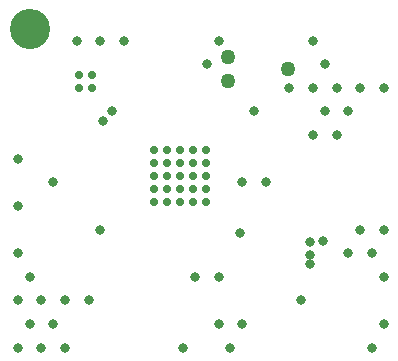
<source format=gbr>
%TF.GenerationSoftware,Altium Limited,Altium Designer,23.4.1 (23)*%
G04 Layer_Color=16711935*
%FSLAX45Y45*%
%MOMM*%
%TF.SameCoordinates,E9D3CAE9-A23F-4039-930E-E97F2D72BBB1*%
%TF.FilePolarity,Negative*%
%TF.FileFunction,Soldermask,Bot*%
%TF.Part,Single*%
G01*
G75*
%TA.AperFunction,ViaPad*%
%ADD43C,0.80000*%
%TA.AperFunction,ComponentPad*%
%ADD66C,3.40320*%
%ADD67C,1.27020*%
%TA.AperFunction,ViaPad*%
%ADD69C,0.80320*%
%ADD70C,0.70320*%
D43*
X10500006Y8400005D02*
D03*
Y7200004D02*
D03*
X10400006Y7000004D02*
D03*
X10500006Y6800004D02*
D03*
Y6400003D02*
D03*
X10400006Y6200003D02*
D03*
X10300006Y8400005D02*
D03*
X10200006Y8200004D02*
D03*
X10300006Y7200004D02*
D03*
X10200006Y7000004D02*
D03*
X10000005Y8600005D02*
D03*
X10100005Y8400005D02*
D03*
X10000005Y8200004D02*
D03*
X10100005Y8000004D02*
D03*
X9900005Y8800005D02*
D03*
Y8400005D02*
D03*
Y8000004D02*
D03*
X9800005Y6600004D02*
D03*
X9700005Y8400005D02*
D03*
X9400005Y8200004D02*
D03*
X9500005Y7600004D02*
D03*
X9300005D02*
D03*
Y6400003D02*
D03*
X9200005Y6200003D02*
D03*
X9100005Y8800005D02*
D03*
X9000005Y8600005D02*
D03*
X9100005Y6800004D02*
D03*
Y6400003D02*
D03*
X8900005Y6800004D02*
D03*
X8800005Y6200003D02*
D03*
X8300004Y8800005D02*
D03*
X8200004Y8200004D02*
D03*
X8100004Y8800005D02*
D03*
Y7200004D02*
D03*
X8000004Y6600004D02*
D03*
X7900004Y8800005D02*
D03*
X7800004Y6600004D02*
D03*
Y6200003D02*
D03*
X7700004Y7600004D02*
D03*
X7600004Y6600004D02*
D03*
X7700004Y6400003D02*
D03*
X7600004Y6200003D02*
D03*
X7400004Y7800004D02*
D03*
Y7400004D02*
D03*
Y7000004D02*
D03*
X7500004Y6800004D02*
D03*
X7400004Y6600004D02*
D03*
X7500004Y6400003D02*
D03*
X7400004Y6200003D02*
D03*
D66*
X7500000Y8900000D02*
D03*
D67*
X9176000Y8663100D02*
D03*
Y8459900D02*
D03*
X9684000Y8561500D02*
D03*
D69*
X9277500Y7175000D02*
D03*
X8120000Y8122500D02*
D03*
X9877500Y6982500D02*
D03*
X9982500Y7100000D02*
D03*
X9877500Y6905000D02*
D03*
X9872500Y7097500D02*
D03*
D70*
X8032500Y8505000D02*
D03*
Y8395000D02*
D03*
X7922500D02*
D03*
Y8505000D02*
D03*
X8990000Y7430000D02*
D03*
X8880000D02*
D03*
X8770000D02*
D03*
X8660000D02*
D03*
X8550000D02*
D03*
X8990000Y7540000D02*
D03*
X8880000D02*
D03*
X8770000D02*
D03*
X8660000D02*
D03*
X8550000D02*
D03*
X8990000Y7650000D02*
D03*
X8880000D02*
D03*
X8770000D02*
D03*
X8660000D02*
D03*
X8550000D02*
D03*
X8990000Y7760000D02*
D03*
X8880000D02*
D03*
X8770000D02*
D03*
X8660000D02*
D03*
X8550000D02*
D03*
X8990000Y7870000D02*
D03*
X8880000D02*
D03*
X8770000D02*
D03*
X8660000D02*
D03*
X8550000D02*
D03*
%TF.MD5,7b8eee66e58a340f74d6a922f6068529*%
M02*

</source>
